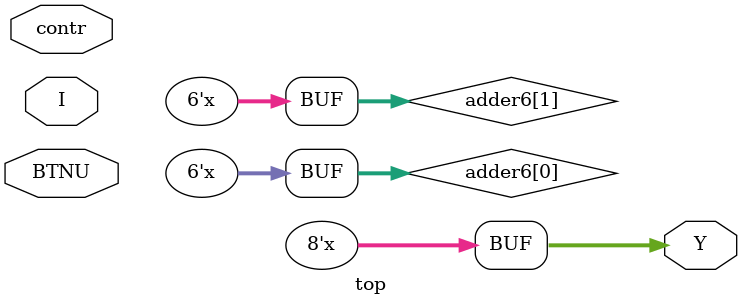
<source format=v>
module top (BTNU,I,contr,Y);
input BTNU;
input [31:0] I;  // 8*4bits
input [5:0] contr; //M2M1M0m2m1m0 
output wire [7:0] Y; //??

wire [4:0] adder5[3:0];
wire [5:0] adder6[1:0];
wire [3:0] choo[7:0]; //input after choosing
reg [7:0] enable; //enable signal
wire [2:0] M,m;
wire flag;

integer k;

genvar j;
generate
    for (j=0; j<=7; j=j+1)
    begin
      assign choo[j]=enable[j]?I[4*j+3:4*j]:4'b0;
    end
endgenerate

genvar i;
generate
    for (i=0; i<=3; i=i+1)
    begin
      assign adder5[i]=choo[2*i]+choo[2*i+1];
    end
endgenerate

assign adder6[0]=adder5[0]+adder5[1];
assign adder6[1]=adder5[2]+adder5[3];
assign Y=adder6[0]+adder6[1];
assign flag=(contr[5:3]==contr[2:0])?0:1; 
assign M=(contr[5:3]>contr[2:0])?contr[5:3]:contr[2:0]; //bigger
assign m=(contr[5:3]<contr[2:0])?contr[5:3]:contr[2:0]; //smaller

always @(*) 
begin
  if(BTNU) enable=8'b0;
  else begin
    if(!flag)
    begin
      for (k=0;k<=7;k=k+1)
        enable[k]=(k==contr[5:3])?1:0;
    end
    else begin
      for (k=0;k<=7;k=k+1)
        enable[k]=((k>=m)&&(k<=M))?1:0;
    end
  end
end

endmodule
</source>
